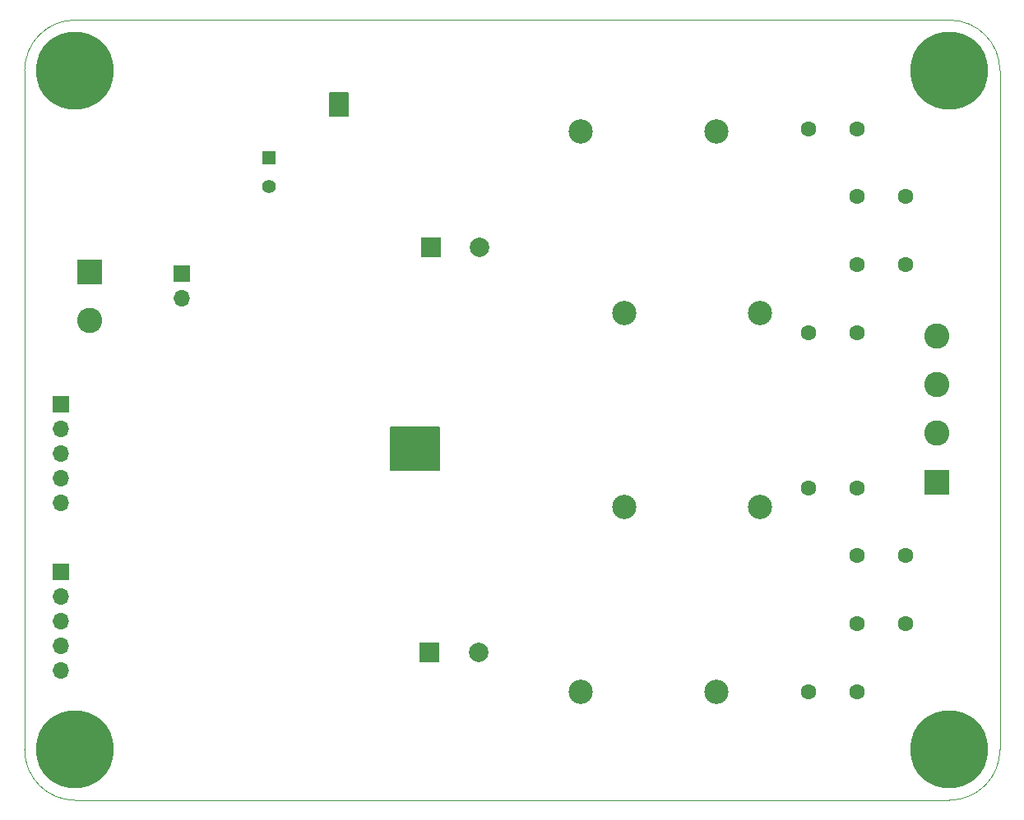
<source format=gbr>
%TF.GenerationSoftware,KiCad,Pcbnew,(6.0.0)*%
%TF.CreationDate,2022-01-08T20:11:28+01:00*%
%TF.ProjectId,ma12070p_amp_v06,6d613132-3037-4307-905f-616d705f7630,rev?*%
%TF.SameCoordinates,Original*%
%TF.FileFunction,Soldermask,Bot*%
%TF.FilePolarity,Negative*%
%FSLAX45Y45*%
G04 Gerber Fmt 4.5, Leading zero omitted, Abs format (unit mm)*
G04 Created by KiCad (PCBNEW (6.0.0)) date 2022-01-08 20:11:28*
%MOMM*%
%LPD*%
G01*
G04 APERTURE LIST*
%ADD10C,0.150000*%
%TA.AperFunction,Profile*%
%ADD11C,0.050000*%
%TD*%
%ADD12C,1.600000*%
%ADD13R,1.700000X1.700000*%
%ADD14O,1.700000X1.700000*%
%ADD15R,2.600000X2.600000*%
%ADD16C,2.600000*%
%ADD17C,2.500000*%
%ADD18C,8.000000*%
%ADD19R,2.000000X2.000000*%
%ADD20C,2.000000*%
%ADD21R,1.422400X1.422400*%
%ADD22C,1.422400*%
G04 APERTURE END LIST*
D10*
X14750000Y-8580000D02*
X15250000Y-8580000D01*
X15250000Y-8580000D02*
X15250000Y-9020000D01*
X15250000Y-9020000D02*
X14750000Y-9020000D01*
X14750000Y-9020000D02*
X14750000Y-8580000D01*
G36*
X14750000Y-8580000D02*
G01*
X15250000Y-8580000D01*
X15250000Y-9020000D01*
X14750000Y-9020000D01*
X14750000Y-8580000D01*
G37*
X14120000Y-5130000D02*
X14310000Y-5130000D01*
X14310000Y-5130000D02*
X14310000Y-5370000D01*
X14310000Y-5370000D02*
X14120000Y-5370000D01*
X14120000Y-5370000D02*
X14120000Y-5130000D01*
G36*
X14120000Y-5130000D02*
G01*
X14310000Y-5130000D01*
X14310000Y-5370000D01*
X14120000Y-5370000D01*
X14120000Y-5130000D01*
G37*
D11*
X10980000Y-11900000D02*
G75*
G03*
X11500000Y-12420000I520000J0D01*
G01*
X20500000Y-12419376D02*
G75*
G03*
X21019375Y-11899375I0J519376D01*
G01*
X11500000Y-4380000D02*
G75*
G03*
X10980000Y-4900000I0J-520000D01*
G01*
X21019375Y-4900000D02*
G75*
G03*
X20500000Y-4380625I-519375J0D01*
G01*
X21019375Y-4900000D02*
X21019375Y-11899375D01*
X11500000Y-4380000D02*
X20500000Y-4380625D01*
X10980000Y-11900000D02*
X10980000Y-4900000D01*
X20500000Y-12419376D02*
X11500000Y-12420000D01*
X11666667Y-11900000D02*
G75*
G03*
X11666667Y-11900000I-166667J0D01*
G01*
X11250000Y-11900000D02*
X11750000Y-11900000D01*
X11500000Y-11650000D02*
X11500000Y-12150000D01*
D12*
%TO.C,C27*%
X19050000Y-11300000D03*
X19550000Y-11300000D03*
%TD*%
D13*
%TO.C,CONN4*%
X11350000Y-8342500D03*
D14*
X11350000Y-8596500D03*
X11350000Y-8850500D03*
X11350000Y-9104500D03*
X11350000Y-9358500D03*
%TD*%
D13*
%TO.C,CONN3*%
X11350000Y-10067500D03*
D14*
X11350000Y-10321500D03*
X11350000Y-10575500D03*
X11350000Y-10829500D03*
X11350000Y-11083500D03*
%TD*%
D15*
%TO.C,CONN2*%
X20370500Y-9140000D03*
D16*
X20370500Y-8640000D03*
X20370500Y-8140000D03*
X20370500Y-7640000D03*
%TD*%
D17*
%TO.C,L2*%
X18100000Y-5525000D03*
X16700000Y-5525000D03*
%TD*%
D12*
%TO.C,C23*%
X19550000Y-9900000D03*
X20050000Y-9900000D03*
%TD*%
D13*
%TO.C,CONN5*%
X12600000Y-6997500D03*
D14*
X12600000Y-7251500D03*
%TD*%
D17*
%TO.C,L4*%
X18550000Y-7400000D03*
X17150000Y-7400000D03*
%TD*%
D18*
%TO.C,H2*%
X11500000Y-4898126D03*
%TD*%
D12*
%TO.C,C12*%
X19550000Y-6900000D03*
X20050000Y-6900000D03*
%TD*%
D18*
%TO.C,H4*%
X20500000Y-4898126D03*
%TD*%
D12*
%TO.C,C8*%
X19050000Y-5500000D03*
X19550000Y-5500000D03*
%TD*%
D19*
%TO.C,C2*%
X15163232Y-6725000D03*
D20*
X15663232Y-6725000D03*
%TD*%
D17*
%TO.C,L6*%
X18100000Y-11300000D03*
X16700000Y-11300000D03*
%TD*%
D12*
%TO.C,C24*%
X19550000Y-9200000D03*
X19050000Y-9200000D03*
%TD*%
D18*
%TO.C,H3*%
X11500000Y-11897502D03*
%TD*%
D19*
%TO.C,C1*%
X15150000Y-10900000D03*
D20*
X15650000Y-10900000D03*
%TD*%
D17*
%TO.C,L5*%
X18550000Y-9400000D03*
X17150000Y-9400000D03*
%TD*%
D12*
%TO.C,C9*%
X20050000Y-6200000D03*
X19550000Y-6200000D03*
%TD*%
%TO.C,C28*%
X19550000Y-10600000D03*
X20050000Y-10600000D03*
%TD*%
D18*
%TO.C,H1*%
X20500000Y-11897502D03*
%TD*%
D21*
%TO.C,L3*%
X13492527Y-5800000D03*
D22*
X13492527Y-6100000D03*
%TD*%
D12*
%TO.C,C13*%
X19050000Y-7600000D03*
X19550000Y-7600000D03*
%TD*%
D15*
%TO.C,CONN1*%
X11650000Y-6975000D03*
D16*
X11650000Y-7475000D03*
%TD*%
M02*

</source>
